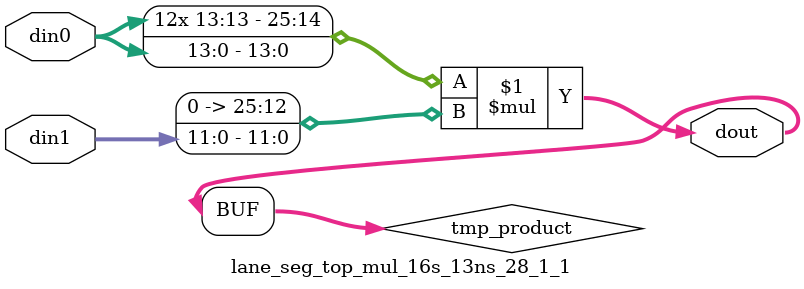
<source format=v>

`timescale 1 ns / 1 ps

  module lane_seg_top_mul_16s_13ns_28_1_1(din0, din1, dout);
parameter ID = 1;
parameter NUM_STAGE = 0;
parameter din0_WIDTH = 14;
parameter din1_WIDTH = 12;
parameter dout_WIDTH = 26;

input [din0_WIDTH - 1 : 0] din0; 
input [din1_WIDTH - 1 : 0] din1; 
output [dout_WIDTH - 1 : 0] dout;

wire signed [dout_WIDTH - 1 : 0] tmp_product;












assign tmp_product = $signed(din0) * $signed({1'b0, din1});









assign dout = tmp_product;







endmodule

</source>
